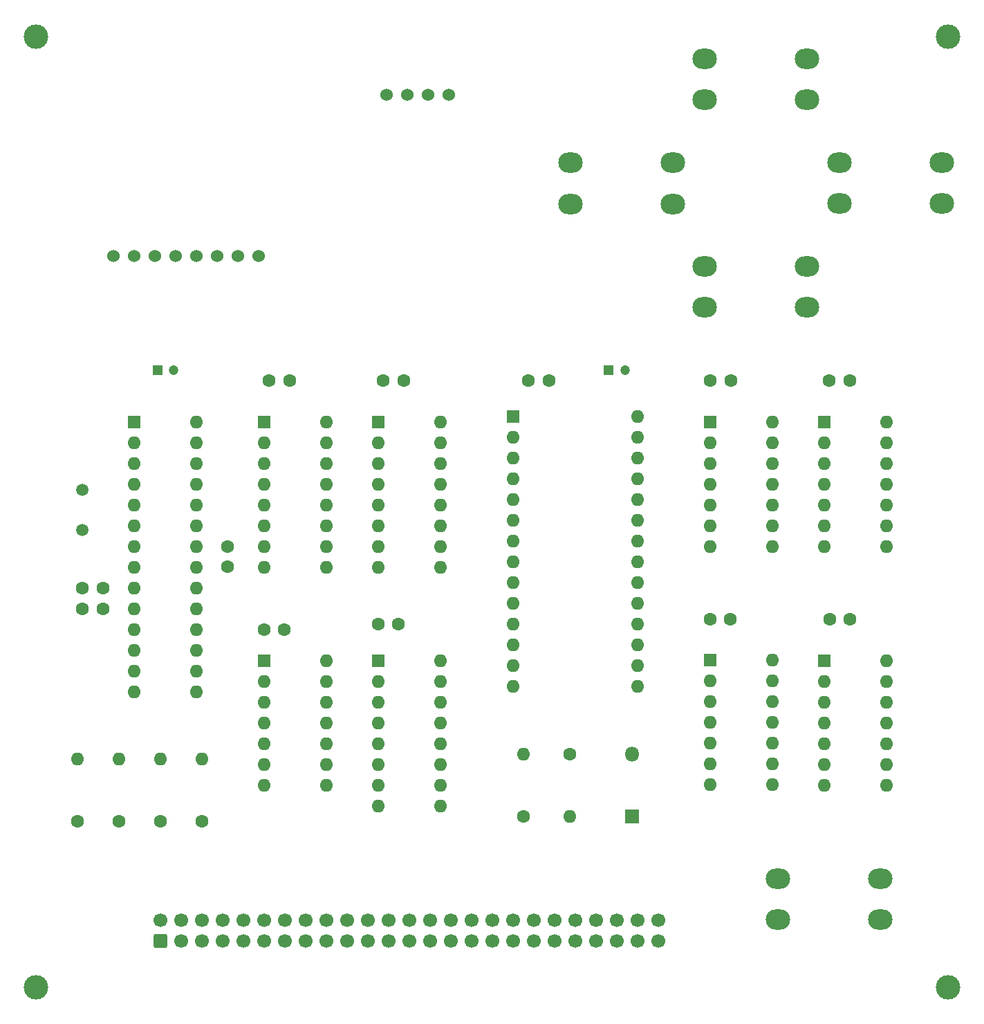
<source format=gts>
G04 #@! TF.GenerationSoftware,KiCad,Pcbnew,(6.0.2-0)*
G04 #@! TF.CreationDate,2023-05-16T15:47:17+01:00*
G04 #@! TF.ProjectId,cpc6128_rom_board,63706336-3132-4385-9f72-6f6d5f626f61,1*
G04 #@! TF.SameCoordinates,Original*
G04 #@! TF.FileFunction,Soldermask,Top*
G04 #@! TF.FilePolarity,Negative*
%FSLAX46Y46*%
G04 Gerber Fmt 4.6, Leading zero omitted, Abs format (unit mm)*
G04 Created by KiCad (PCBNEW (6.0.2-0)) date 2023-05-16 15:47:17*
%MOMM*%
%LPD*%
G01*
G04 APERTURE LIST*
G04 Aperture macros list*
%AMRoundRect*
0 Rectangle with rounded corners*
0 $1 Rounding radius*
0 $2 $3 $4 $5 $6 $7 $8 $9 X,Y pos of 4 corners*
0 Add a 4 corners polygon primitive as box body*
4,1,4,$2,$3,$4,$5,$6,$7,$8,$9,$2,$3,0*
0 Add four circle primitives for the rounded corners*
1,1,$1+$1,$2,$3*
1,1,$1+$1,$4,$5*
1,1,$1+$1,$6,$7*
1,1,$1+$1,$8,$9*
0 Add four rect primitives between the rounded corners*
20,1,$1+$1,$2,$3,$4,$5,0*
20,1,$1+$1,$4,$5,$6,$7,0*
20,1,$1+$1,$6,$7,$8,$9,0*
20,1,$1+$1,$8,$9,$2,$3,0*%
G04 Aperture macros list end*
%ADD10C,1.600000*%
%ADD11O,3.000000X2.500000*%
%ADD12R,1.600000X1.600000*%
%ADD13O,1.600000X1.600000*%
%ADD14RoundRect,0.250000X0.600000X-0.600000X0.600000X0.600000X-0.600000X0.600000X-0.600000X-0.600000X0*%
%ADD15C,1.700000*%
%ADD16C,1.500000*%
%ADD17R,1.800000X1.800000*%
%ADD18O,1.800000X1.800000*%
%ADD19C,3.000000*%
%ADD20C,1.524000*%
%ADD21R,1.200000X1.200000*%
%ADD22C,1.200000*%
G04 APERTURE END LIST*
D10*
X69870000Y-110490000D03*
X72370000Y-110490000D03*
D11*
X107425000Y-53420000D03*
X119925000Y-53420000D03*
X107425000Y-58420000D03*
X119925000Y-58420000D03*
D12*
X83820000Y-114300000D03*
D13*
X83820000Y-116840000D03*
X83820000Y-119380000D03*
X83820000Y-121920000D03*
X83820000Y-124460000D03*
X83820000Y-127000000D03*
X83820000Y-129540000D03*
X83820000Y-132080000D03*
X91440000Y-132080000D03*
X91440000Y-129540000D03*
X91440000Y-127000000D03*
X91440000Y-124460000D03*
X91440000Y-121920000D03*
X91440000Y-119380000D03*
X91440000Y-116840000D03*
X91440000Y-114300000D03*
D11*
X145325000Y-141010000D03*
X132825000Y-141010000D03*
X132825000Y-146010000D03*
X145325000Y-146010000D03*
D10*
X52070000Y-133985000D03*
D13*
X52070000Y-126365000D03*
D14*
X57150000Y-148590000D03*
D15*
X57150000Y-146050000D03*
X59690000Y-148590000D03*
X59690000Y-146050000D03*
X62230000Y-148590000D03*
X62230000Y-146050000D03*
X64770000Y-148590000D03*
X64770000Y-146050000D03*
X67310000Y-148590000D03*
X67310000Y-146050000D03*
X69850000Y-148590000D03*
X69850000Y-146050000D03*
X72390000Y-148590000D03*
X72390000Y-146050000D03*
X74930000Y-148590000D03*
X74930000Y-146050000D03*
X77470000Y-148590000D03*
X77470000Y-146050000D03*
X80010000Y-148590000D03*
X80010000Y-146050000D03*
X82550000Y-148590000D03*
X82550000Y-146050000D03*
X85090000Y-148590000D03*
X85090000Y-146050000D03*
X87630000Y-148590000D03*
X87630000Y-146050000D03*
X90170000Y-148590000D03*
X90170000Y-146050000D03*
X92710000Y-148590000D03*
X92710000Y-146050000D03*
X95250000Y-148590000D03*
X95250000Y-146050000D03*
X97790000Y-148590000D03*
X97790000Y-146050000D03*
X100330000Y-148590000D03*
X100330000Y-146050000D03*
X102870000Y-148590000D03*
X102870000Y-146050000D03*
X105410000Y-148590000D03*
X105410000Y-146050000D03*
X107950000Y-148590000D03*
X107950000Y-146050000D03*
X110490000Y-148590000D03*
X110490000Y-146050000D03*
X113030000Y-148590000D03*
X113030000Y-146050000D03*
X115570000Y-148590000D03*
X115570000Y-146050000D03*
X118110000Y-148590000D03*
X118110000Y-146050000D03*
D10*
X62230000Y-133985000D03*
D13*
X62230000Y-126365000D03*
D10*
X70505000Y-80010000D03*
X73005000Y-80010000D03*
D12*
X83820000Y-85090000D03*
D13*
X83820000Y-87630000D03*
X83820000Y-90170000D03*
X83820000Y-92710000D03*
X83820000Y-95250000D03*
X83820000Y-97790000D03*
X83820000Y-100330000D03*
X83820000Y-102870000D03*
X91440000Y-102870000D03*
X91440000Y-100330000D03*
X91440000Y-97790000D03*
X91440000Y-95250000D03*
X91440000Y-92710000D03*
X91440000Y-90170000D03*
X91440000Y-87630000D03*
X91440000Y-85090000D03*
D10*
X46990000Y-133985000D03*
D13*
X46990000Y-126365000D03*
D16*
X47625000Y-98335000D03*
X47625000Y-93435000D03*
D10*
X84475000Y-80010000D03*
X86975000Y-80010000D03*
D12*
X69850000Y-85090000D03*
D13*
X69850000Y-87630000D03*
X69850000Y-90170000D03*
X69850000Y-92710000D03*
X69850000Y-95250000D03*
X69850000Y-97790000D03*
X69850000Y-100330000D03*
X69850000Y-102870000D03*
X77470000Y-102870000D03*
X77470000Y-100330000D03*
X77470000Y-97790000D03*
X77470000Y-95250000D03*
X77470000Y-92710000D03*
X77470000Y-90170000D03*
X77470000Y-87630000D03*
X77470000Y-85090000D03*
D17*
X114935000Y-133350000D03*
D18*
X114935000Y-125730000D03*
D11*
X123825000Y-40680000D03*
X136325000Y-40680000D03*
X136325000Y-45680000D03*
X123825000Y-45680000D03*
D10*
X83840000Y-109855000D03*
X86340000Y-109855000D03*
D19*
X153652900Y-37991100D03*
D10*
X47645000Y-105410000D03*
X50145000Y-105410000D03*
X47645000Y-107950000D03*
X50145000Y-107950000D03*
D12*
X53985000Y-85100000D03*
D13*
X53985000Y-87640000D03*
X53985000Y-90180000D03*
X53985000Y-92720000D03*
X53985000Y-95260000D03*
X53985000Y-97800000D03*
X53985000Y-100340000D03*
X53985000Y-102880000D03*
X53985000Y-105420000D03*
X53985000Y-107960000D03*
X53985000Y-110500000D03*
X53985000Y-113040000D03*
X53985000Y-115580000D03*
X53985000Y-118120000D03*
X61605000Y-118120000D03*
X61605000Y-115580000D03*
X61605000Y-113040000D03*
X61605000Y-110500000D03*
X61605000Y-107960000D03*
X61605000Y-105420000D03*
X61605000Y-102880000D03*
X61605000Y-100340000D03*
X61605000Y-97800000D03*
X61605000Y-95260000D03*
X61605000Y-92720000D03*
X61605000Y-90180000D03*
X61605000Y-87640000D03*
X61605000Y-85100000D03*
D12*
X138430000Y-114300000D03*
D13*
X138430000Y-116840000D03*
X138430000Y-119380000D03*
X138430000Y-121920000D03*
X138430000Y-124460000D03*
X138430000Y-127000000D03*
X138430000Y-129540000D03*
X146050000Y-129540000D03*
X146050000Y-127000000D03*
X146050000Y-124460000D03*
X146050000Y-121920000D03*
X146050000Y-119380000D03*
X146050000Y-116840000D03*
X146050000Y-114300000D03*
D10*
X107315000Y-125730000D03*
D13*
X107315000Y-133350000D03*
D10*
X102255000Y-80010000D03*
X104755000Y-80010000D03*
D12*
X138430000Y-85090000D03*
D13*
X138430000Y-87630000D03*
X138430000Y-90170000D03*
X138430000Y-92710000D03*
X138430000Y-95250000D03*
X138430000Y-97790000D03*
X138430000Y-100330000D03*
X146050000Y-100330000D03*
X146050000Y-97790000D03*
X146050000Y-95250000D03*
X146050000Y-92710000D03*
X146050000Y-90170000D03*
X146050000Y-87630000D03*
X146050000Y-85090000D03*
D10*
X124480000Y-109220000D03*
X126980000Y-109220000D03*
D12*
X100325000Y-84465000D03*
D13*
X100325000Y-87005000D03*
X100325000Y-89545000D03*
X100325000Y-92085000D03*
X100325000Y-94625000D03*
X100325000Y-97165000D03*
X100325000Y-99705000D03*
X100325000Y-102245000D03*
X100325000Y-104785000D03*
X100325000Y-107325000D03*
X100325000Y-109865000D03*
X100325000Y-112405000D03*
X100325000Y-114945000D03*
X100325000Y-117485000D03*
X115565000Y-117485000D03*
X115565000Y-114945000D03*
X115565000Y-112405000D03*
X115565000Y-109865000D03*
X115565000Y-107325000D03*
X115565000Y-104785000D03*
X115565000Y-102245000D03*
X115565000Y-99705000D03*
X115565000Y-97165000D03*
X115565000Y-94625000D03*
X115565000Y-92085000D03*
X115565000Y-89545000D03*
X115565000Y-87005000D03*
X115565000Y-84465000D03*
D20*
X69215000Y-64770000D03*
X66675000Y-64770000D03*
X64135000Y-64770000D03*
X61595000Y-64770000D03*
X59055000Y-64770000D03*
X56515000Y-64770000D03*
X53975000Y-64770000D03*
X51435000Y-64770000D03*
D12*
X69850000Y-114300000D03*
D13*
X69850000Y-116840000D03*
X69850000Y-119380000D03*
X69850000Y-121920000D03*
X69850000Y-124460000D03*
X69850000Y-127000000D03*
X69850000Y-129540000D03*
X77470000Y-129540000D03*
X77470000Y-127000000D03*
X77470000Y-124460000D03*
X77470000Y-121920000D03*
X77470000Y-119380000D03*
X77470000Y-116840000D03*
X77470000Y-114300000D03*
D19*
X41910000Y-154307000D03*
X153652900Y-154307000D03*
D21*
X112057400Y-78740000D03*
D22*
X114057400Y-78740000D03*
D12*
X124470000Y-114295000D03*
D13*
X124470000Y-116835000D03*
X124470000Y-119375000D03*
X124470000Y-121915000D03*
X124470000Y-124455000D03*
X124470000Y-126995000D03*
X124470000Y-129535000D03*
X132090000Y-129535000D03*
X132090000Y-126995000D03*
X132090000Y-124455000D03*
X132090000Y-121915000D03*
X132090000Y-119375000D03*
X132090000Y-116835000D03*
X132090000Y-114295000D03*
D20*
X84836000Y-45085000D03*
X87376000Y-45085000D03*
X89916000Y-45085000D03*
X92456000Y-45085000D03*
D11*
X140335000Y-53380000D03*
X152835000Y-53380000D03*
X152835000Y-58380000D03*
X140335000Y-58380000D03*
D10*
X124500000Y-80010000D03*
X127000000Y-80010000D03*
D12*
X124460000Y-85090000D03*
D13*
X124460000Y-87630000D03*
X124460000Y-90170000D03*
X124460000Y-92710000D03*
X124460000Y-95250000D03*
X124460000Y-97790000D03*
X124460000Y-100330000D03*
X132080000Y-100330000D03*
X132080000Y-97790000D03*
X132080000Y-95250000D03*
X132080000Y-92710000D03*
X132080000Y-90170000D03*
X132080000Y-87630000D03*
X132080000Y-85090000D03*
D21*
X56812400Y-78740000D03*
D22*
X58812400Y-78740000D03*
D11*
X136325000Y-66080000D03*
X123825000Y-66080000D03*
X136325000Y-71080000D03*
X123825000Y-71080000D03*
D10*
X139065000Y-80010000D03*
X141565000Y-80010000D03*
X101600000Y-133350000D03*
D13*
X101600000Y-125730000D03*
D10*
X139105000Y-109220000D03*
X141605000Y-109220000D03*
X65405000Y-102850000D03*
X65405000Y-100350000D03*
D19*
X41910000Y-37991100D03*
D10*
X57150000Y-133985000D03*
D13*
X57150000Y-126365000D03*
M02*

</source>
